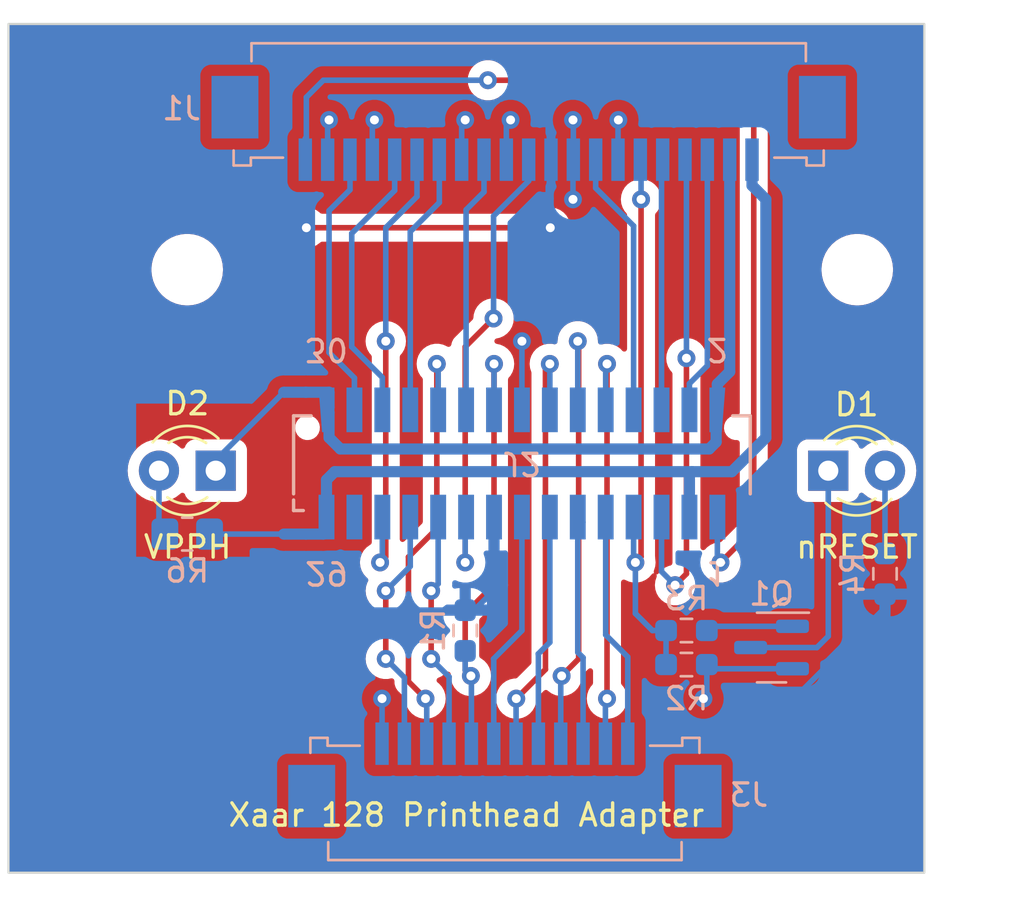
<source format=kicad_pcb>
(kicad_pcb (version 20221018) (generator pcbnew)
  (layers (0 "F.Cu" signal) (31 "B.Cu" signal) (34 "B.Paste" user) (35 "F.Paste" user) (36 "B.SilkS" user "B.Silkscreen") (37 "F.SilkS" user "F.Silkscreen") (38 "B.Mask" user) (39 "F.Mask" user) (44 "Edge.Cuts" user))
  (net 0 "")
  (net 1 "Net-(D1-K)")
  (net 2 "Net-(D1-A)")
  (net 3 "Net-(D2-K)")
  (net 4 "Net-(D2-A)")
  (net 5 "VPPH")
  (net 6 "GNDH")
  (net 7 "VPPL")
  (net 8 "GNDL")
  (net 9 "nFAULT")
  (net 10 "nRESET")
  (net 11 "GND")
  (net 12 "MOSI")
  (net 13 "+5V")
  (net 14 "SCK")
  (net 15 "nSS1")
  (net 16 "READY")
  (net 17 "PHO")
  (net 18 "nFIRE")
  (net 19 "CLK")
  (net 20 "nSS2")
  (net 21 "TEST_0")
  (net 22 "TEST_1")
  (net 23 "TEST_2")
  (net 24 "TEST_3")
  (net 25 "TEST_4")
  (net 26 "TEST_5")
  (net 27 "TEST_6")
  (net 28 "TEST_10")
  (net 29 "TEST_7")
  (net 30 "TEST_8")
  (net 31 "TEST_9")
  (net 32 "/MISO")
  (net 33 "Net-(Q1-G)")
  (net 34 "Net-(NT1-Pad1)")
  (footprint "Custom_LED_THT:LED_D3.0mm" (layer "F.Cu") (at 155.702 98)
    (fp_text reference "D1" (at 1.27 -2.96) (layer "F.SilkS"))
    (fp_text value "LED yellow Vf=1.6V")
    (fp_arc (start -0.179325 -1.373045) (mid 1.387145 -1.993006) (end 2.8702 -1.1938) (stroke (width 0.12)) (layer "F.SilkS"))
    (fp_arc (start 0.381 -1.193799) (mid 1.27 -1.488448) (end 2.159 -1.193799) (stroke (width 0.12)) (layer "F.SilkS"))
    (fp_arc (start 2.1082 1.2446) (mid 1.269999 1.500536) (end 0.431798 1.244599) (stroke (width 0.12)) (layer "F.SilkS"))
    (fp_arc (start 2.8194 1.27) (mid 1.387087 1.999958) (end -0.12062 1.442122) (stroke (width 0.12)) (layer "F.SilkS"))
    (pad "1" thru_hole rect (at 0 0) (size 1.8 1.8) (drill 0.9) (layers "*.Cu" "*.Mask") (net 1 "Net-(D1-K)"))
    (pad "2" thru_hole circle (at 2.54 0) (size 1.8 1.8) (drill 0.9) (layers "*.Cu" "*.Mask") (net 2 "Net-(D1-A)"))
  )
  (footprint "Custom_LED_THT:LED_D3.0mm" (layer "F.Cu") (at 128.275 98 180)
    (fp_text reference "D2" (at 1.27 3.004 180) (layer "F.SilkS"))
    (fp_text value "LED green Vf=1.8V")
    (fp_arc (start -0.179325 -1.373045) (mid 1.387145 -1.993006) (end 2.8702 -1.1938) (stroke (width 0.12)) (layer "F.SilkS"))
    (fp_arc (start 0.381 -1.193799) (mid 1.27 -1.488448) (end 2.159 -1.193799) (stroke (width 0.12)) (layer "F.SilkS"))
    (fp_arc (start 2.1082 1.2446) (mid 1.269999 1.500536) (end 0.431798 1.244599) (stroke (width 0.12)) (layer "F.SilkS"))
    (fp_arc (start 2.8194 1.27) (mid 1.387087 1.999958) (end -0.12062 1.442122) (stroke (width 0.12)) (layer "F.SilkS"))
    (pad "1" thru_hole rect (at 0 0 180) (size 1.8 1.8) (drill 0.9) (layers "*.Cu" "*.Mask") (net 3 "Net-(D2-K)"))
    (pad "2" thru_hole circle (at 2.54 0 180) (size 1.8 1.8) (drill 0.9) (layers "*.Cu" "*.Mask") (net 4 "Net-(D2-A)"))
  )
  (footprint "MountingHole:MountingHole_2.7mm_M2.5_DIN965" (layer "F.Cu") (at 157 89)
    (fp_text reference "H1" hide)
    (fp_text value "MountingHole")
    (pad "" np_thru_hole circle (at 0 0) (size 2.7 2.7) (drill 2.7) (layers "*.Cu" "*.Mask"))
  )
  (footprint "MountingHole:MountingHole_2.7mm_M2.5_DIN965" (layer "F.Cu") (at 127 89)
    (fp_text reference "H2" hide)
    (fp_text value "MountingHole")
    (pad "" np_thru_hole circle (at 0 0) (size 2.7 2.7) (drill 2.7) (layers "*.Cu" "*.Mask"))
  )
  (footprint "NetTie:NetTie-2_SMD_Pad0.5mm" (layer "B.Cu") (at 131.818 94.488 180)
    (fp_text reference "NT2" hide)
    (fp_text value "NetTie_2" hide)
    (fp_poly (pts (xy -0.5 0.25) (xy 0.5 0.25) (xy 0.5 -0.25) (xy -0.5 -0.25)) (fill solid) (layer "B.Cu"))
    (pad "1" smd circle (at -0.5 0 180) (size 0.5 0.5) (layers "B.Cu") (net 6 "GNDH"))
    (pad "2" smd circle (at 0.5 0 180) (size 0.5 0.5) (layers "B.Cu") (net 3 "Net-(D2-K)"))
  )
  (footprint "Resistor_SMD:R_0603_1608Metric_Pad0.98x0.95mm_HandSolder" (layer "B.Cu") (at 158.242 102.616 -90)
    (fp_text reference "R4" (at 0 1.43 -270) (layer "B.SilkS") (effects (justify mirror)))
    (fp_text value "470")
    (fp_line (start -0.254724 -0.5225) (end 0.254724 -0.5225) (stroke (width 0.12)) (layer "B.SilkS"))
    (fp_line (start -0.254724 0.5225) (end 0.254724 0.5225) (stroke (width 0.12)) (layer "B.SilkS"))
    (pad "1" smd roundrect (at -0.9125 0 270) (size 0.975 0.95) (layers "B.Cu" "B.Paste" "B.Mask") (net 2 "Net-(D1-A)"))
    (pad "2" smd roundrect (at 0.9125 0 270) (size 0.975 0.95) (layers "B.Cu" "B.Paste" "B.Mask") (net 13 "+5V"))
  )
  (footprint "Package_TO_SOT_SMD:SOT-23" (layer "B.Cu") (at 153.162 105.918 180)
    (fp_text reference "Q1" (at 0 2.4) (layer "B.SilkS") (effects (justify mirror)))
    (fp_text value "DMN2075U")
    (fp_line (start 0 -1.56) (end -0.65 -1.56) (stroke (width 0.12)) (layer "B.SilkS"))
    (fp_line (start 0 -1.56) (end 0.65 -1.56) (stroke (width 0.12)) (layer "B.SilkS"))
    (fp_line (start 0 1.56) (end -1.675 1.56) (stroke (width 0.12)) (layer "B.SilkS"))
    (fp_line (start 0 1.56) (end 0.65 1.56) (stroke (width 0.12)) (layer "B.SilkS"))
    (pad "1" smd roundrect (at -0.9375 0.95 180) (size 1.475 0.6) (layers "B.Cu" "B.Paste" "B.Mask") (net 33 "Net-(Q1-G)"))
    (pad "2" smd roundrect (at -0.9375 -0.95 180) (size 1.475 0.6) (layers "B.Cu" "B.Paste" "B.Mask") (net 11 "GND"))
    (pad "3" smd roundrect (at 0.9375 0 180) (size 1.475 0.6) (layers "B.Cu" "B.Paste" "B.Mask") (net 1 "Net-(D1-K)"))
  )
  (footprint "CONN_9-176140-0:CONN_9-176140-0_TYC" (layer "B.Cu") (at 150.736 100.076)
    (fp_text reference "J2" (at -8.75 -2.4 180 unlocked) (layer "B.SilkS") (effects (justify mirror)))
    (fp_text value "Conn_02x15_Odd_Even")
    (fp_text user "30" (at -17.5 -7.5 180 unlocked) (layer "B.SilkS") (effects (justify mirror)))
    (fp_text user "29" (at -17.5 2.5 180 unlocked) (layer "B.SilkS") (effects (justify mirror)))
    (fp_text user "2" (at 0 -7.5 180 unlocked) (layer "B.SilkS") (effects (justify mirror)))
    (fp_text user "1" (at 0 2.5 180 unlocked) (layer "B.SilkS") (effects (justify mirror)))
    (fp_line (start -18.9735 -4.5336) (end -18.18834 -4.5336) (stroke (width 0.1524)) (layer "B.SilkS"))
    (fp_line (start -18.9735 -1.039964) (end -18.9735 -4.5336) (stroke (width 0.1524)) (layer "B.SilkS"))
    (fp_line (start -18.9735 -0.2918) (end -18.9735 -0.762836) (stroke (width 0.1524)) (layer "B.SilkS"))
    (fp_line (start -18.537868 -0.2918) (end -18.9735 -0.2918) (stroke (width 0.1524)) (layer "B.SilkS"))
    (fp_line (start 0.68834 -4.5336) (end 1.4735 -4.5336) (stroke (width 0.1524)) (layer "B.SilkS"))
    (fp_line (start 1.4735 -4.5336) (end 1.4735 -1.039964) (stroke (width 0.1524)) (layer "B.SilkS"))
    (pad "" np_thru_hole circle (at -18.35 -4) (size 0.6 0.6) (drill 0.6) (layers "F&B.Cu" "*.Mask"))
    (pad "" np_thru_hole circle (at 0.85 -4) (size 0.6 0.6) (drill 0.6) (layers "F&B.Cu" "*.Mask"))
    (pad "1" smd rect (at 0 0) (size 0.7112 2) (layers "B.Cu" "B.Paste" "B.Mask") (net 20 "nSS2"))
    (pad "2" smd custom (at 0 -4.8) (size 0.1 0.1) (layers "B.Cu" "B.Paste" "B.Mask") (net 6 "GNDH") (options (clearance outline) (anchor rect)) (primitives (gr_poly (pts (xy 0.2 1) (xy 0.3556 -1) (xy -0.3556 -1) (xy -0.3556 1)) (width 0) (fill yes))))
    (pad "3" smd rect (at -1.25 0) (size 0.7112 2) (layers "B.Cu" "B.Paste" "B.Mask") (net 5 "VPPH"))
    (pad "4" smd rect (at -1.25 -4.8) (size 0.7112 2) (layers "B.Cu" "B.Paste" "B.Mask") (net 7 "VPPL"))
    (pad "5" smd rect (at -2.5 0) (size 0.7112 2) (layers "B.Cu" "B.Paste" "B.Mask") (net 8 "GNDL"))
    (pad "6" smd rect (at -2.5 -4.8) (size 0.7112 2) (layers "B.Cu" "B.Paste" "B.Mask") (net 9 "nFAULT"))
    (pad "7" smd rect (at -3.75 0) (size 0.7112 2) (layers "B.Cu" "B.Paste" "B.Mask") (net 10 "nRESET"))
    (pad "8" smd rect (at -3.75 -4.8) (size 0.7112 2) (layers "B.Cu" "B.Paste" "B.Mask") (net 12 "MOSI"))
    (pad "9" smd rect (at -5 0) (size 0.7112 2) (layers "B.Cu" "B.Paste" "B.Mask") (net 21 "TEST_0"))
    (pad "10" smd rect (at -5 -4.8) (size 0.7112 2) (layers "B.Cu" "B.Paste" "B.Mask") (net 22 "TEST_1"))
    (pad "11" smd rect (at -6.25 0) (size 0.7112 2) (layers "B.Cu" "B.Paste" "B.Mask") (net 23 "TEST_2"))
    (pad "12" smd rect (at -6.25 -4.8) (size 0.7112 2) (layers "B.Cu" "B.Paste" "B.Mask") (net 24 "TEST_3"))
    (pad "13" smd rect (at -7.5 0) (size 0.7112 2) (layers "B.Cu" "B.Paste" "B.Mask") (net 25 "TEST_4"))
    (pad "14" smd rect (at -7.5 -4.8) (size 0.7112 2) (layers "B.Cu" "B.Paste" "B.Mask") (net 26 "TEST_5"))
    (pad "15" smd rect (at -8.75 0) (size 0.7112 2) (layers "B.Cu" "B.Paste" "B.Mask") (net 27 "TEST_6"))
    (pad "16" smd rect (at -8.75 -4.8) (size 0.7112 2) (layers "B.Cu" "B.Paste" "B.Mask") (net 11 "GND"))
    (pad "17" smd rect (at -10 0) (size 0.7112 2) (layers "B.Cu" "B.Paste" "B.Mask") (net 13 "+5V"))
    (pad "18" smd rect (at -10 -4.8) (size 0.7112 2) (layers "B.Cu" "B.Paste" "B.Mask") (net 28 "TEST_10"))
    (pad "19" smd rect (at -11.25 0) (size 0.7112 2) (layers "B.Cu" "B.Paste" "B.Mask") (net 14 "SCK"))
    (pad "20" smd rect (at -11.25 -4.8) (size 0.7112 2) (layers "B.Cu" "B.Paste" "B.Mask") (net 15 "nSS1"))
    (pad "21" smd rect (at -12.5 0) (size 0.7112 2) (layers "B.Cu" "B.Paste" "B.Mask") (net 29 "TEST_7"))
    (pad "22" smd rect (at -12.5 -4.8) (size 0.7112 2) (layers "B.Cu" "B.Paste" "B.Mask") (net 30 "TEST_8"))
    (pad "23" smd rect (at -13.75 0) (size 0.7112 2) (layers "B.Cu" "B.Paste" "B.Mask") (net 31 "TEST_9"))
    (pad "24" smd rect (at -13.75 -4.8) (size 0.7112 2) (layers "B.Cu" "B.Paste" "B.Mask") (net 16 "READY"))
    (pad "25" smd rect (at -15 0) (size 0.7112 2) (layers "B.Cu" "B.Paste" "B.Mask") (net 17 "PHO"))
    (pad "26" smd rect (at -15 -4.8) (size 0.7112 2) (layers "B.Cu" "B.Paste" "B.Mask") (net 18 "nFIRE"))
    (pad "27" smd rect (at -16.25 0) (size 0.7112 2) (layers "B.Cu" "B.Paste" "B.Mask") (net 32 "/MISO"))
    (pad "28" smd rect (at -16.25 -4.8) (size 0.7112 2) (layers "B.Cu" "B.Paste" "B.Mask") (net 19 "CLK"))
    (pad "29" smd rect (at -17.5 0) (size 0.7112 2) (layers "B.Cu" "B.Paste" "B.Mask") (net 5 "VPPH"))
    (pad "30" smd custom (at -17.5 -4.8) (size 0.1 0.1) (layers "B.Cu" "B.Paste" "B.Mask") (net 6 "GNDH") (options (clearance outline) (anchor rect)) (primitives (gr_poly (pts (xy -0.2 1) (xy -0.3556 -1) (xy 0.3556 -1) (xy 0.3556 1)) (width 0) (fill yes))))
  )
  (footprint "NetTie:NetTie-2_SMD_Pad0.5mm" (layer "B.Cu") (at 131.826 100.838)
    (fp_text reference "NT1" hide)
    (fp_text value "NetTie_2" hide)
    (fp_poly (pts (xy -0.5 0.25) (xy 0.5 0.25) (xy 0.5 -0.25) (xy -0.5 -0.25)) (fill solid) (layer "B.Cu"))
    (pad "1" smd circle (at -0.5 0) (size 0.5 0.5) (layers "B.Cu") (net 34 "Net-(NT1-Pad1)"))
    (pad "2" smd circle (at 0.5 0) (size 0.5 0.5) (layers "B.Cu") (net 5 "VPPH"))
  )
  (footprint "Resistor_SMD:R_0805_2012Metric_Pad1.20x1.40mm_HandSolder" (layer "B.Cu") (at 127 100.838)
    (fp_text reference "R6" (at 0 1.65 180) (layer "B.SilkS") (effects (justify mirror)))
    (fp_text value "5.1k >300mW")
    (fp_line (start -0.227064 -0.735) (end 0.227064 -0.735) (stroke (width 0.12)) (layer "B.SilkS"))
    (fp_line (start -0.227064 0.735) (end 0.227064 0.735) (stroke (width 0.12)) (layer "B.SilkS"))
    (pad "1" smd roundrect (at -1 0) (size 1.2 1.4) (layers "B.Cu" "B.Paste" "B.Mask") (roundrect_rratio 0.2083333333) (net 4 "Net-(D2-A)"))
    (pad "2" smd roundrect (at 1 0) (size 1.2 1.4) (layers "B.Cu" "B.Paste" "B.Mask") (roundrect_rratio 0.2083333333) (net 34 "Net-(NT1-Pad1)"))
  )
  (footprint "Molex_200528:Molex_52207-1260_1x12-1MP_P1.00mm_Horizontal" (layer "B.Cu") (at 142.724 111.132 180)
    (fp_text reference "J3" (at -9.422 -1.39) (layer "B.SilkS") (effects (justify mirror)))
    (fp_text value "Conn_01x12")
    (fp_line (start -7.21 1.17) (end -7.21 0.5) (stroke (width 0.12)) (layer "B.SilkS"))
    (fp_line (start -6.44 0.82) (end -6.44 1.17) (stroke (width 0.12)) (layer "B.SilkS"))
    (fp_line (start -6.44 1.17) (end -7.21 1.17) (stroke (width 0.12)) (layer "B.SilkS"))
    (fp_line (start -6.41 -4.3) (end 9.41 -4.3) (stroke (width 0.12)) (layer "B.SilkS"))
    (fp_line (start -6.41 -3.5) (end -6.41 -4.3) (stroke (width 0.12)) (layer "B.SilkS"))
    (fp_line (start -5 0.82) (end -6.44 0.82) (stroke (width 0.12)) (layer "B.SilkS"))
    (fp_line (start 9.41 -4.3) (end 9.41 -3.5) (stroke (width 0.12)) (layer "B.SilkS"))
    (fp_line (start 9.44 0.82) (end 8 0.82) (stroke (width 0.12)) (layer "B.SilkS"))
    (fp_line (start 9.44 1.17) (end 9.44 0.82) (stroke (width 0.12)) (layer "B.SilkS"))
    (fp_line (start 10.21 0.5) (end 10.21 1.17) (stroke (width 0.12)) (layer "B.SilkS"))
    (fp_line (start 10.21 1.17) (end 9.44 1.17) (stroke (width 0.12)) (layer "B.SilkS"))
    (pad "1" smd rect (at -4 0.91 180) (size 0.6 1.9) (layers "B.Cu" "B.Paste" "B.Mask") (net 21 "TEST_0"))
    (pad "2" smd rect (at -3 0.91 180) (size 0.6 1.9) (layers "B.Cu" "B.Paste" "B.Mask") (net 22 "TEST_1"))
    (pad "3" smd rect (at -2 0.91 180) (size 0.6 1.9) (layers "B.Cu" "B.Paste" "B.Mask") (net 23 "TEST_2"))
    (pad "4" smd rect (at -1 0.91 180) (size 0.6 1.9) (layers "B.Cu" "B.Paste" "B.Mask") (net 24 "TEST_3"))
    (pad "5" smd rect (at 0 0.91 180) (size 0.6 1.9) (layers "B.Cu" "B.Paste" "B.Mask") (net 25 "TEST_4"))
    (pad "6" smd rect (at 1 0.91 180) (size 0.6 1.9) (layers "B.Cu" "B.Paste" "B.Mask") (net 26 "TEST_5"))
    (pad "7" smd rect (at 2 0.91 180) (size 0.6 1.9) (layers "B.Cu" "B.Paste" "B.Mask") (net 27 "TEST_6"))
    (pad "8" smd rect (at 3 0.91 180) (size 0.6 1.9) (layers "B.Cu" "B.Paste" "B.Mask") (net 28 "TEST_10"))
    (pad "9" smd rect (at 4 0.91 180) (size 0.6 1.9) (layers "B.Cu" "B.Paste" "B.Mask") (net 29 "TEST_7"))
    (pad "10" smd rect (at 5 0.91 180) (size 0.6 1.9) (layers "B.Cu" "B.Paste" "B.Mask") (net 30 "TEST_8"))
    (pad "11" smd rect (at 6 0.91 180) (size 0.6 1.9) (layers "B.Cu" "B.Paste" "B.Mask") (net 31 "TEST_9"))
    (pad "12" smd rect (at 7 0.91 180) (size 0.6 1.9) (layers "B.Cu" "B.Paste" "B.Mask") (net 11 "GND"))
    (pad "MP" smd rect (at -7.15 -1.44 180) (size 2.1 2.8) (layers "B.Cu" "B.Paste" "B.Mask"))
    (pad "MP" smd rect (at 10.15 -1.44 180) (size 2.1 2.8) (layers "B.Cu" "B.Paste" "B.Mask"))
  )
  (footprint "Molex_200528:Molex_200528-0210_1x21-1MP_P1.00mm_Horizontal" (layer "B.Cu") (at 142.288 83.164)
    (fp_text reference "J1" (at -15.542 -1.376 180) (layer "B.SilkS") (effects (justify mirror)))
    (fp_text value "Conn_01x21")
    (fp_line (start -13.21 1.17) (end -13.21 0.5) (stroke (width 0.12)) (layer "B.SilkS"))
    (fp_line (start -12.44 0.82) (end -12.44 1.17) (stroke (width 0.12)) (layer "B.SilkS"))
    (fp_line (start -12.44 1.17) (end -13.21 1.17) (stroke (width 0.12)) (layer "B.SilkS"))
    (fp_line (start -12.41 -4.3) (end 12.41 -4.3) (stroke (width 0.12)) (layer "B.SilkS"))
    (fp_line (start -12.41 -3.5) (end -12.41 -4.3) (stroke (width 0.12)) (layer "B.SilkS"))
    (fp_line (start -11 0.82) (end -12.44 0.82) (stroke (width 0.12)) (layer "B.SilkS"))
    (fp_line (start 12.41 -4.3) (end 12.41 -3.5) (stroke (width 0.12)) (layer "B.SilkS"))
    (fp_line (start 12.44 0.82) (end 11 0.82) (stroke (width 0.12)) (layer "B.SilkS"))
    (fp_line (start 12.44 1.17) (end 12.44 0.82) (stroke (width 0.12)) (layer "B.SilkS"))
    (fp_line (start 13.21 0.5) (end 13.21 1.17) (stroke (width 0.12)) (layer "B.SilkS"))
    (fp_line (start 13.21 1.17) (end 12.44 1.17) (stroke (width 0.12)) (layer "B.SilkS"))
    (pad "1" smd rect (at -10 0.91) (size 0.6 1.9) (layers "B.Cu" "B.Paste" "B.Mask") (net 20 "nSS2"))
    (pad "2" smd rect (at -9 0.91) (size 0.6 1.9) (layers "B.Cu" "B.Paste" "B.Mask") (net 11 "GND"))
    (pad "3" smd rect (at -8 0.91) (size 0.6 1.9) (layers "B.Cu" "B.Paste" "B.Mask") (net 19 "CLK"))
    (pad "4" smd rect (at -7 0.91) (size 0.6 1.9) (layers "B.Cu" "B.Paste" "B.Mask") (net 11 "GND"))
    (pad "5" smd rect (at -6 0.91) (size 0.6 1.9) (layers "B.Cu" "B.Paste" "B.Mask") (net 18 "nFIRE"))
    (pad "6" smd rect (at -5 0.91) (size 0.6 1.9) (layers "B.Cu" "B.Paste" "B.Mask") (net 17 "PHO"))
    (pad "7" smd rect (at -4 0.91) (size 0.6 1.9) (layers "B.Cu" "B.Paste" "B.Mask") (net 16 "READY"))
    (pad "8" smd rect (at -3 0.91) (size 0.6 1.9) (layers "B.Cu" "B.Paste" "B.Mask") (net 11 "GND"))
    (pad "9" smd rect (at -2 0.91) (size 0.6 1.9) (layers "B.Cu" "B.Paste" "B.Mask") (net 15 "nSS1"))
    (pad "10" smd rect (at -1 0.91) (size 0.6 1.9) (layers "B.Cu" "B.Paste" "B.Mask") (net 11 "GND"))
    (pad "11" smd rect (at 0 0.91) (size 0.6 1.9) (layers "B.Cu" "B.Paste" "B.Mask") (net 14 "SCK"))
    (pad "12" smd rect (at 1 0.91) (size 0.6 1.9) (layers "B.Cu" "B.Paste" "B.Mask") (net 13 "+5V"))
    (pad "13" smd rect (at 2 0.91) (size 0.6 1.9) (layers "B.Cu" "B.Paste" "B.Mask") (net 11 "GND"))
    (pad "14" smd rect (at 3 0.91) (size 0.6 1.9) (layers "B.Cu" "B.Paste" "B.Mask") (net 12 "MOSI"))
    (pad "15" smd rect (at 4 0.91) (size 0.6 1.9) (layers "B.Cu" "B.Paste" "B.Mask") (net 11 "GND"))
    (pad "16" smd rect (at 5 0.91) (size 0.6 1.9) (layers "B.Cu" "B.Paste" "B.Mask") (net 10 "nRESET"))
    (pad "17" smd rect (at 6 0.91) (size 0.6 1.9) (layers "B.Cu" "B.Paste" "B.Mask") (net 9 "nFAULT"))
    (pad "18" smd rect (at 7 0.91) (size 0.6 1.9) (layers "B.Cu" "B.Paste" "B.Mask") (net 8 "GNDL"))
    (pad "19" smd rect (at 8 0.91) (size 0.6 1.9) (layers "B.Cu" "B.Paste" "B.Mask") (net 7 "VPPL"))
    (pad "20" smd rect (at 9 0.91) (size 0.6 1.9) (layers "B.Cu" "B.Paste" "B.Mask") (net 6 "GNDH"))
    (pad "21" smd rect (at 10 0.91) (size 0.6 1.9) (layers "B.Cu" "B.Paste" "B.Mask") (net 5 "VPPH"))
    (pad "MP" smd rect (at -13.15 -1.44) (size 2.1 2.8) (layers "B.Cu" "B.Paste" "B.Mask"))
    (pad "MP" smd rect (at 13.15 -1.44) (size 2.1 2.8) (layers "B.Cu" "B.Paste" "B.Mask"))
  )
  (footprint "Resistor_SMD:R_0603_1608Metric_Pad0.98x0.95mm_HandSolder" (layer "B.Cu") (at 149.352 106.68 180)
    (fp_text reference "R2" (at 0 -1.524) (layer "B.SilkS") (effects (justify mirror)))
    (fp_text value "10K")
    (fp_line (start -0.254724 -0.5225) (end 0.254724 -0.5225) (stroke (width 0.12)) (layer "B.SilkS"))
    (fp_line (start -0.254724 0.5225) (end 0.254724 0.5225) (stroke (width 0.12)) (layer "B.SilkS"))
    (pad "1" smd roundrect (at -0.9125 0 180) (size 0.975 0.95) (layers "B.Cu" "B.Paste" "B.Mask") (net 11 "GND"))
    (pad "2" smd roundrect (at 0.9125 0 180) (size 0.975 0.95) (layers "B.Cu" "B.Paste" "B.Mask") (net 10 "nRESET"))
  )
  (footprint "Resistor_SMD:R_0603_1608Metric_Pad0.98x0.95mm_HandSolder" (layer "B.Cu") (at 149.352 105.156 180)
    (fp_text reference "R3" (at 0 1.43) (layer "B.SilkS") (effects (justify mirror)))
    (fp_text value "1k")
    (fp_line (start -0.254724 -0.5225) (end 0.254724 -0.5225) (stroke (width 0.12)) (layer "B.SilkS"))
    (fp_line (start -0.254724 0.5225) (end 0.254724 0.5225) (stroke (width 0.12)) (layer "B.SilkS"))
    (pad "1" smd roundrect (at -0.9125 0 180) (size 0.975 0.95) (layers "B.Cu" "B.Paste" "B.Mask") (net 33 "Net-(Q1-G)"))
    (pad "2" smd roundrect (at 0.9125 0 180) (size 0.975 0.95) (layers "B.Cu" "B.Paste" "B.Mask") (net 10 "nRESET"))
  )
  (footprint "Resistor_SMD:R_0603_1608Metric_Pad0.98x0.95mm_HandSolder" (layer "B.Cu") (at 139.446 105.156 -90)
    (fp_text reference "R1" (at 0 1.43 90) (layer "B.SilkS") (effects (justify mirror)))
    (fp_text value "0")
    (fp_line (start -0.254724 -0.5225) (end 0.254724 -0.5225) (stroke (width 0.12)) (layer "B.SilkS"))
    (fp_line (start -0.254724 0.5225) (end 0.254724 0.5225) (stroke (width 0.12)) (layer "B.SilkS"))
    (pad "1" smd roundrect (at -0.9125 0 270) (size 0.975 0.95) (layers "B.Cu" "B.Paste" "B.Mask") (net 13 "+5V"))
    (pad "2" smd roundrect (at 0.9125 0 270) (size 0.975 0.95) (layers "B.Cu" "B.Paste" "B.Mask") (net 28 "TEST_10"))
  )
  (gr_rect (start 119 78) (end 160 116) (stroke (width 0.1)) (fill none) (layer "Edge.Cuts"))
  (gr_text "Xaar 128 Printhead Adapter" (at 139.5 114) (layer "F.SilkS") (effects (font (size 1 1)) (justify bottom)))
  (gr_text "nRESET" (at 154.178 102) (layer "F.SilkS") (effects (font (size 1 1)) (justify left bottom)))
  (gr_text "VPPH" (at 124.968 102) (layer "F.SilkS") (effects (font (size 1 1)) (justify left bottom)))
  (segment (start 155.194 105.918) (end 155.702 105.41) (width 0.25) (layer "B.Cu") (net 1))
  (segment (start 152.2245 105.918) (end 155.194 105.918) (width 0.25) (layer "B.Cu") (net 1))
  (segment (start 155.702 105.41) (end 155.702 98) (width 0.25) (layer "B.Cu") (net 1))
  (segment (start 158.242 98) (end 158.242 101.7035) (width 0.25) (layer "B.Cu") (net 2))
  (segment (start 131.318 94.488) (end 128.275 97.531) (width 0.25) (layer "B.Cu") (net 3))
  (segment (start 128.275 97.531) (end 128.275 98) (width 0.25) (layer "B.Cu") (net 3))
  (segment (start 125.735 98) (end 125.735 100.573) (width 0.25) (layer "B.Cu") (net 4))
  (segment (start 125.735 100.573) (end 126 100.838) (width 0.25) (layer "B.Cu") (net 4))
  (segment (start 125.45 98.285) (end 125.735 98) (width 0.25) (layer "B.Cu") (net 4))
  (segment (start 125.704 97.567) (end 125.989 97.282) (width 0.25) (layer "B.Cu") (net 4))
  (segment (start 133.236 100.698) (end 133.096 100.838) (width 0.5) (layer "B.Cu") (net 5))
  (segment (start 133.236 100.076) (end 133.236 100.698) (width 0.5) (layer "B.Cu") (net 5))
  (segment (start 149.486 98.164) (end 149.606 98.044) (width 0.5) (layer "B.Cu") (net 5))
  (segment (start 152.288 84.074) (end 152.288 85.232) (width 0.5) (layer "B.Cu") (net 5))
  (segment (start 152.908 85.852) (end 152.908 96.52) (width 0.5) (layer "B.Cu") (net 5))
  (segment (start 133.096 100.838) (end 132.326 100.838) (width 0.5) (layer "B.Cu") (net 5))
  (segment (start 149.486 100.076) (end 149.486 98.164) (width 0.5) (layer "B.Cu") (net 5))
  (segment (start 133.604 98.044) (end 149.606 98.044) (width 0.5) (layer "B.Cu") (net 5))
  (segment (start 133.236 100.076) (end 133.236 98.412) (width 0.5) (layer "B.Cu") (net 5))
  (segment (start 151.384 98.044) (end 149.606 98.044) (width 0.5) (layer "B.Cu") (net 5))
  (segment (start 152.288 85.232) (end 152.908 85.852) (width 0.5) (layer "B.Cu") (net 5))
  (segment (start 133.236 98.412) (end 133.604 98.044) (width 0.5) (layer "B.Cu") (net 5))
  (segment (start 152.908 96.52) (end 151.384 98.044) (width 0.5) (layer "B.Cu") (net 5))
  (segment (start 133.35 95.162) (end 133.35 94.488) (width 0.5) (layer "B.Cu") (net 6))
  (segment (start 133.35 95.39) (end 133.236 95.276) (width 0.5) (layer "B.Cu") (net 6))
  (segment (start 151.288 93.568) (end 151.288 84.074) (width 0.5) (layer "B.Cu") (net 6))
  (segment (start 150.682 95.33) (end 150.682 96.714) (width 0.5) (layer "B.Cu") (net 6))
  (segment (start 150.736 94.12) (end 151.288 93.568) (width 0.5) (layer "B.Cu") (net 6))
  (segment (start 133.35 94.488) (end 132.318 94.488) (width 0.5) (layer "B.Cu") (net 6))
  (segment (start 133.858 97.028) (end 150.368 97.028) (width 0.5) (layer "B.Cu") (net 6))
  (segment (start 150.736 95.276) (end 150.682 95.33) (width 0.5) (layer "B.Cu") (net 6))
  (segment (start 133.35 96.52) (end 133.858 97.028) (width 0.5) (layer "B.Cu") (net 6))
  (segment (start 133.236 95.276) (end 133.35 95.162) (width 0.5) (layer "B.Cu") (net 6))
  (segment (start 150.682 96.714) (end 150.368 97.028) (width 0.5) (layer "B.Cu") (net 6))
  (segment (start 133.35 95.39) (end 133.35 96.52) (width 0.5) (layer "B.Cu") (net 6))
  (segment (start 150.736 95.276) (end 150.736 94.12) (width 0.5) (layer "B.Cu") (net 6))
  (segment (start 150.288 93.298) (end 150.288 84.074) (width 0.25) (layer "B.Cu") (net 7))
  (segment (start 149.486 95.276) (end 149.486 94.1) (width 0.25) (layer "B.Cu") (net 7))
  (segment (start 149.486 94.1) (end 150.288 93.298) (width 0.25) (layer "B.Cu") (net 7))
  (segment (start 149.352 102.616) (end 149.352 92.964) (width 0.25) (layer "F.Cu") (net 8))
  (segment (start 148.844 103.124) (end 149.352 102.616) (width 0.25) (layer "F.Cu") (net 8))
  (via (at 149.352 92.964) (size 0.8) (drill 0.4) (layers "F.Cu" "B.Cu") (net 8))
  (via (at 148.844 103.124) (size 0.8) (drill 0.4) (layers "F.Cu" "B.Cu") (net 8))
  (segment (start 149.352 84.138) (end 149.288 84.074) (width 0.25) (layer "B.Cu") (net 8))
  (segment (start 149.352 92.964) (end 149.352 84.138) (width 0.25) (layer "B.Cu") (net 8))
  (segment (start 148.236 102.516) (end 148.236 100.076) (width 0.25) (layer "B.Cu") (net 8))
  (segment (start 148.844 103.124) (end 148.236 102.516) (width 0.25) (layer "B.Cu") (net 8))
  (segment (start 148.236 84.126) (end 148.288 84.074) (width 0.25) (layer "B.Cu") (net 9))
  (segment (start 148.236 95.276) (end 148.236 84.126) (width 0.25) (layer "B.Cu") (net 9))
  (segment (start 147.32 101.854) (end 147.32 85.852) (width 0.25) (layer "F.Cu") (net 10))
  (segment (start 147.066 102.108) (end 147.32 101.854) (width 0.25) (layer "F.Cu") (net 10))
  (via (at 147.066 102.108) (size 0.8) (drill 0.4) (layers "F.Cu" "B.Cu") (net 10))
  (via (at 147.32 85.852) (size 0.8) (drill 0.4) (layers "F.Cu" "B.Cu") (net 10))
  (segment (start 146.986 102.028) (end 146.986 100.076) (width 0.25) (layer "B.Cu") (net 10))
  (segment (start 147.066 102.108) (end 146.986 102.028) (width 0.25) (layer "B.Cu") (net 10))
  (segment (start 147.828 105.156) (end 147.066 104.394) (width 0.25) (layer "B.Cu") (net 10))
  (segment (start 147.066 102.108) (end 147.1695 102.2115) (width 0.25) (layer "B.Cu") (net 10))
  (segment (start 147.32 85.852) (end 147.32 84.106) (width 0.25) (layer "B.Cu") (net 10))
  (segment (start 147.32 84.106) (end 147.288 84.074) (width 0.25) (layer "B.Cu") (net 10))
  (segment (start 148.4395 106.68) (end 148.4395 105.156) (width 0.25) (layer "B.Cu") (net 10))
  (segment (start 148.4395 105.156) (end 147.828 105.156) (width 0.25) (layer "B.Cu") (net 10))
  (segment (start 147.066 104.394) (end 147.066 102.108) (width 0.25) (layer "B.Cu") (net 10))
  (segment (start 150.114 108.204) (end 148.082 110.236) (width 0.25) (layer "F.Cu") (net 11))
  (segment (start 131.318 85.852) (end 144.272 85.852) (width 0.25) (layer "F.Cu") (net 11))
  (segment (start 135.724 108.204) (end 134.366 108.204) (width 0.25) (layer "F.Cu") (net 11))
  (segment (start 134.366 108.204) (end 130.302 104.14) (width 0.25) (layer "F.Cu") (net 11))
  (segment (start 130.302 104.14) (end 130.302 86.868) (width 0.25) (layer "F.Cu") (net 11))
  (segment (start 130.302 86.868) (end 131.318 85.852) (width 0.25) (layer "F.Cu") (net 11))
  (segment (start 148.082 110.236) (end 137.756 110.236) (width 0.25) (layer "F.Cu") (net 11))
  (segment (start 141.986 91.694) (end 144.272 89.408) (width 0.25) (layer "F.Cu") (net 11))
  (segment (start 146.304 82.296) (end 133.35 82.296) (width 0.25) (layer "F.Cu") (net 11))
  (segment (start 137.756 110.236) (end 135.724 108.204) (width 0.25) (layer "F.Cu") (net 11))
  (segment (start 141.986 92.202) (end 141.986 91.694) (width 0.25) (layer "F.Cu") (net 11))
  (segment (start 144.272 89.408) (end 144.272 85.852) (width 0.25) (layer "F.Cu") (net 11))
  (via (at 146.304 82.296) (size 0.8) (drill 0.4) (layers "F.Cu" "B.Cu") (net 11))
  (via (at 144.272 82.296) (size 0.8) (drill 0.4) (layers "F.Cu" "B.Cu") (net 11))
  (via (at 133.35 82.296) (size 0.8) (drill 0.4) (layers "F.Cu" "B.Cu") (net 11))
  (via (at 141.478 82.296) (size 0.8) (drill 0.4) (layers "F.Cu" "B.Cu") (net 11))
  (via (at 144.272 85.852) (size 0.8) (drill 0.4) (layers "F.Cu" "B.Cu") (net 11))
  (via (at 141.986 92.202) (size 0.8) (drill 0.4) (layers "F.Cu" "B.Cu") (net 11))
  (via (at 150.114 108.204) (size 0.8) (drill 0.4) (layers "F.Cu" "B.Cu") (net 11))
  (via (at 135.382 82.296) (size 0.8) (drill 0.4) (layers "F.Cu" "B.Cu") (net 11))
  (via (at 135.724 108.204) (size 0.8) (drill 0.4) (layers "F.Cu" "B.Cu") (net 11))
  (via (at 139.446 82.296) (size 0.8) (drill 0.4) (layers "F.Cu" "B.Cu") (net 11))
  (segment (start 135.724 108.204) (end 135.724 110.222) (width 0.25) (layer "B.Cu") (net 11))
  (segment (start 141.288 82.486) (end 141.478 82.296) (width 0.25) (layer "B.Cu") (net 11))
  (segment (start 141.986 95.276) (end 141.986 92.202) (width 0.25) (layer "B.Cu") (net 11))
  (segment (start 154.0995 106.868) (end 150.4525 106.868) (width 0.25) (layer "B.Cu") (net 11))
  (segment (start 144.288 84.074) (end 144.288 82.312) (width 0.25) (layer "B.Cu") (net 11))
  (segment (start 146.288 82.312) (end 146.304 82.296) (width 0.25) (layer "B.Cu") (net 11))
  (segment (start 150.2645 106.68) (end 150.2645 108.0535) (width 0.25) (layer "B.Cu") (net 11))
  (segment (start 141.288 84.074) (end 141.288 82.486) (width 0.25) (layer "B.Cu") (net 11))
  (segment (start 146.288 84.074) (end 146.288 82.312) (width 0.25) (layer "B.Cu") (net 11))
  (segment (start 144.272 85.852) (end 144.272 84.09) (width 0.25) (layer "B.Cu") (net 11))
  (segment (start 139.288 82.454) (end 139.446 82.296) (width 0.25) (layer "B.Cu") (net 11))
  (segment (start 133.288 82.358) (end 133.35 82.296) (width 0.25) (layer "B.Cu") (net 11))
  (segment (start 135.288 84.074) (end 135.288 82.39) (width 0.25) (layer "B.Cu") (net 11))
  (segment (start 135.288 82.39) (end 135.382 82.296) (width 0.25) (layer "B.Cu") (net 11))
  (segment (start 144.288 82.312) (end 144.272 82.296) (width 0.25) (layer "B.Cu") (net 11))
  (segment (start 150.4525 106.868) (end 150.2645 106.68) (width 0.25) (layer "B.Cu") (net 11))
  (segment (start 133.288 84.074) (end 133.288 82.358) (width 0.25) (layer "B.Cu") (net 11))
  (segment (start 139.288 84.074) (end 139.288 82.454) (width 0.25) (layer "B.Cu") (net 11))
  (segment (start 150.2645 108.0535) (end 150.114 108.204) (width 0.25) (layer "B.Cu") (net 11))
  (segment (start 144.272 84.09) (end 144.288 84.074) (width 0.25) (layer "B.Cu") (net 11))
  (segment (start 145.288 85.344) (end 146.986 87.042) (width 0.25) (layer "B.Cu") (net 12))
  (segment (start 145.288 84.074) (end 145.288 85.344) (width 0.25) (layer "B.Cu") (net 12))
  (segment (start 146.986 87.042) (end 146.986 95.276) (width 0.25) (layer "B.Cu") (net 12))
  (segment (start 143.256 87.122) (end 132.334 87.122) (width 0.25) (layer "F.Cu") (net 13))
  (via (at 132.334 87.122) (size 0.8) (drill 0.4) (layers "F.Cu" "B.Cu") (net 13))
  (via (at 143.256 87.122) (size 0.8) (drill 0.4) (layers "F.Cu" "B.Cu") (net 13))
  (segment (start 123.698 95.758) (end 124.714 94.742) (width 0.25) (layer "B.Cu") (net 13))
  (segment (start 134.112 110.236) (end 134.112 104.2435) (width 0.25) (layer "B.Cu") (net 13))
  (segment (start 123.698 103.124) (end 123.698 95.758) (width 0.25) (layer "B.Cu") (net 13))
  (segment (start 134.62 111.76) (end 134.62 110.744) (width 0.25) (layer "B.Cu") (net 13))
  (segment (start 148.844 109.982) (end 148.082 110.744) (width 0.25) (layer "B.Cu") (net 13))
  (segment (start 124.8175 104.2435) (end 123.698 103.124) (width 0.25) (layer "B.Cu") (net 13))
  (segment (start 140.716 100.096) (end 140.736 100.076) (width 0.25) (layer "B.Cu") (net 13))
  (segment (start 152.394752 109.982) (end 148.844 109.982) (width 0.25) (layer "B.Cu") (net 13))
  (segment (start 134.62 110.744) (end 134.112 110.236) (width 0.25) (layer "B.Cu") (net 13))
  (segment (start 143.256 85.852) (end 143.288 85.82) (width 0.25) (layer "B.Cu") (net 13))
  (segment (start 139.8505 104.2435) (end 140.716 103.378) (width 0.25) (layer "B.Cu") (net 13))
  (segment (start 148.082 111.506) (end 147.32 112.268) (width 0.25) (layer "B.Cu") (net 13))
  (segment (start 143.288 87.09) (end 143.256 87.122) (width 0.25) (layer "B.Cu") (net 13))
  (segment (start 158.242 104.134752) (end 152.394752 109.982) (width 0.25) (layer "B.Cu") (net 13))
  (segment (start 128.016 94.742) (end 132.334 90.424) (width 0.25) (layer "B.Cu") (net 13))
  (segment (start 135.128 112.268) (end 134.62 111.76) (width 0.25) (layer "B.Cu") (net 13))
  (segment (start 158.242 103.5285) (end 158.242 104.134752) (width 0.25) (layer "B.Cu") (net 13))
  (segment (start 124.714 94.742) (end 128.016 94.742) (width 0.25) (layer "B.Cu") (net 13))
  (segment (start 147.32 112.268) (end 135.128 112.268) (width 0.25) (layer "B.Cu") (net 13))
  (segment (start 132.334 90.424) (end 132.334 87.122) (width 0.25) (layer "B.Cu") (net 13))
  (segment (start 140.716 103.378) (end 140.716 100.096) (width 0.25) (layer "B.Cu") (net 13))
  (segment (start 143.288 84.074) (end 143.288 87.09) (width 0.25) (layer "B.Cu") (net 13))
  (segment (start 139.446 104.2435) (end 134.112 104.2435) (width 0.25) (layer "B.Cu") (net 13))
  (segment (start 134.112 104.2435) (end 124.8175 104.2435) (width 0.25) (layer "B.Cu") (net 13))
  (segment (start 148.082 110.744) (end 148.082 111.506) (width 0.25) (layer "B.Cu") (net 13))
  (segment (start 140.716 91.186) (end 139.446 92.456) (width 0.25) (layer "F.Cu") (net 14))
  (segment (start 139.446 92.456) (end 139.446 102.108) (width 0.25) (layer "F.Cu") (net 14))
  (via (at 140.716 91.186) (size 0.8) (drill 0.4) (layers "F.Cu" "B.Cu") (net 14))
  (via (at 139.446 102.108) (size 0.8) (drill 0.4) (layers "F.Cu" "B.Cu") (net 14))
  (segment (start 140.716 91.186) (end 140.716 86.596) (width 0.25) (layer "B.Cu") (net 14))
  (segment (start 139.446 102.108) (end 139.446 100.116) (width 0.25) (layer "B.Cu") (net 14))
  (segment (start 139.446 100.116) (end 139.486 100.076) (width 0.25) (layer "B.Cu") (net 14))
  (segment (start 140.716 86.596) (end 142.288 85.024) (width 0.25) (layer "B.Cu") (net 14))
  (segment (start 142.288 85.024) (end 142.288 84.074) (width 0.25) (layer "B.Cu") (net 14))
  (segment (start 139.486 86.32) (end 139.486 95.276) (width 0.25) (layer "B.Cu") (net 15))
  (segment (start 140.288 85.518) (end 139.486 86.32) (width 0.25) (layer "B.Cu") (net 15))
  (segment (start 140.288 84.074) (end 140.288 85.518) (width 0.25) (layer "B.Cu") (net 15))
  (segment (start 136.986 95.276) (end 136.986 87.296) (width 0.25) (layer "B.Cu") (net 16))
  (segment (start 138.288 84.074) (end 138.288 85.994) (width 0.25) (layer "B.Cu") (net 16))
  (segment (start 136.986 87.296) (end 138.288 85.994) (width 0.25) (layer "B.Cu") (net 16))
  (segment (start 135.89 92.202) (end 135.89 101.854) (width 0.25) (layer "F.Cu") (net 17))
  (segment (start 135.89 101.854) (end 135.636 102.108) (width 0.25) (layer "F.Cu") (net 17))
  (via (at 135.89 92.202) (size 0.8) (drill 0.4) (layers "F.Cu" "B.Cu") (net 17))
  (via (at 135.636 102.108) (size 0.8) (drill 0.4) (layers "F.Cu" "B.Cu") (net 17))
  (segment (start 135.736 102.008) (end 135.736 100.076) (width 0.25) (layer "B.Cu") (net 17))
  (segment (start 135.89 92.202) (end 135.89 87.122) (width 0.25) (layer "B.Cu") (net 17))
  (segment (start 137.288 85.724) (end 137.288 84.074) (width 0.25) (layer "B.Cu") (net 17))
  (segment (start 135.636 102.108) (end 135.736 102.008) (width 0.25) (layer "B.Cu") (net 17))
  (segment (start 135.89 87.122) (end 137.288 85.724) (width 0.25) (layer "B.Cu") (net 17))
  (segment (start 136.288 85.454) (end 134.366 87.376) (width 0.25) (layer "B.Cu") (net 18))
  (segment (start 134.366 87.376) (end 134.366 92.456) (width 0.25) (layer "B.Cu") (net 18))
  (segment (start 136.288 84.074) (end 136.288 85.454) (width 0.25) (layer "B.Cu") (net 18))
  (segment (start 134.366 92.456) (end 135.736 93.826) (width 0.25) (layer "B.Cu") (net 18))
  (segment (start 135.736 93.826) (end 135.736 95.276) (width 0.25) (layer "B.Cu") (net 18))
  (segment (start 134.486 93.846) (end 134.486 95.276) (width 0.25) (layer "B.Cu") (net 19))
  (segment (start 133.35 86.36) (end 133.35 92.71) (width 0.25) (layer "B.Cu") (net 19))
  (segment (start 134.288 85.422) (end 133.35 86.36) (width 0.25) (layer "B.Cu") (net 19))
  (segment (start 133.35 92.71) (end 134.486 93.846) (width 0.25) (layer "B.Cu") (net 19))
  (segment (start 134.288 84.074) (end 134.288 85.422) (width 0.25) (layer "B.Cu") (net 19))
  (segment (start 150.622 80.518) (end 140.462 80.518) (width 0.25) (layer "F.Cu") (net 20))
  (segment (start 152.365 100.619) (end 152.365 82.261) (width 0.25) (layer "F.Cu") (net 20))
  (segment (start 150.876 102.108) (end 152.365 100.619) (width 0.25) (layer "F.Cu") (net 20))
  (segment (start 152.365 82.261) (end 150.622 80.518) (width 0.25) (layer "F.Cu") (net 20))
  (via (at 150.876 102.108) (size 0.8) (drill 0.4) (layers "F.Cu" "B.Cu") (net 20))
  (via (at 140.462 80.518) (size 0.8) (drill 0.4) (layers "F.Cu" "B.Cu") (net 20))
  (segment (start 133.096 80.518) (end 132.334 81.28) (width 0.25) (layer "B.Cu") (net 20))
  (segment (start 140.462 80.518) (end 133.096 80.518) (width 0.25) (layer "B.Cu") (net 20))
  (segment (start 150.736 100.076) (end 150.736 101.968) (width 0.25) (layer "B.Cu") (net 20))
  (segment (start 132.334 81.28) (end 132.334 83.078) (width 0.25) (layer "B.Cu") (net 20))
  (segment (start 150.736 101.968) (end 150.876 102.108) (width 0.25) (layer "B.Cu") (net 20))
  (segment (start 132.288 83.124) (end 132.288 84.074) (width 0.25) (layer "B.Cu") (net 20))
  (segment (start 132.334 83.078) (end 132.288 83.124) (width 0.25) (layer "B.Cu") (net 20))
  (segment (start 145.736 100.076) (end 145.736 105.35) (width 0.25) (layer "B.Cu") (net 21))
  (segment (start 146.724 110.222) (end 146.724 106.338) (width 0.25) (layer "B.Cu") (net 21))
  (segment (start 146.724 106.338) (end 145.736 105.35) (width 0.25) (layer "B.Cu") (net 21))
  (segment (start 145.796 93.218) (end 145.796 108.204) (width 0.25) (layer "F.Cu") (net 22))
  (via (at 145.796 108.204) (size 0.8) (drill 0.4) (layers "F.Cu" "B.Cu") (net 22))
  (via (at 145.796 93.218) (size 0.8) (drill 0.4) (layers "F.Cu" "B.Cu") (net 22))
  (segment (start 145.724 108.276) (end 145.796 108.204) (width 0.25) (layer "B.Cu") (net 22))
  (segment (start 145.736 93.278) (end 145.736 95.276) (width 0.25) (layer "B.Cu") (net 22))
  (segment (start 145.796 93.218) (end 145.736 93.278) (width 0.25) (layer "B.Cu") (net 22))
  (segment (start 145.724 110.222) (end 145.724 108.276) (width 0.25) (layer "B.Cu") (net 22))
  (segment (start 144.716 100.306) (end 144.486 100.076) (width 0.25) (layer "B.Cu") (net 23))
  (segment (start 144.724 106.37) (end 144.486 106.132) (width 0.25) (layer "B.Cu") (net 23))
  (segment (start 144.724 110.222) (end 144.724 106.37) (width 0.25) (layer "B.Cu") (net 23))
  (segment (start 144.486 100.076) (end 144.486 106.132) (width 0.25) (layer "B.Cu") (net 23))
  (segment (start 144.486 92.202) (end 144.526 92.242) (width 0.25) (layer "F.Cu") (net 24))
  (segment (start 144.526 92.242) (end 144.526 106.426) (width 0.25) (layer "F.Cu") (net 24))
  (segment (start 144.526 106.426) (end 143.764 107.188) (width 0.25) (layer "F.Cu") (net 24))
  (via (at 143.764 107.188) (size 0.8) (drill 0.4) (layers "F.Cu" "B.Cu") (net 24))
  (via (at 144.486 92.202) (size 0.8) (drill 0.4) (layers "F.Cu" "B.Cu") (net 24))
  (segment (start 144.486 92.202) (end 144.486 95.276) (width 0.25) (layer "B.Cu") (net 24))
  (segment (start 143.724 110.222) (end 143.724 107.228) (width 0.25) (layer "B.Cu") (net 24))
  (segment (start 143.724 107.228) (end 143.764 107.188) (width 0.25) (layer "B.Cu") (net 24))
  (segment (start 142.724 106.212) (end 142.716 106.204) (width 0.25) (layer "B.Cu") (net 25))
  (segment (start 142.724 110.222) (end 142.724 106.212) (width 0.25) (layer "B.Cu") (net 25))
  (segment (start 143.236 105.684) (end 143.236 100.076) (width 0.25) (layer "B.Cu") (net 25))
  (segment (start 142.716 106.204) (end 143.236 105.684) (width 0.25) (layer "B.Cu") (net 25))
  (segment (start 143.039 106.897) (end 141.732 108.204) (width 0.25) (layer "F.Cu") (net 26))
  (segment (start 143.039 93.415) (end 143.039 106.897) (width 0.25) (layer "F.Cu") (net 26))
  (segment (start 143.236 93.218) (end 143.039 93.415) (width 0.25) (layer "F.Cu") (net 26))
  (via (at 143.236 93.218) (size 0.8) (drill 0.4) (layers "F.Cu" "B.Cu") (net 26))
  (via (at 141.732 108.204) (size 0.8) (drill 0.4) (layers "F.Cu" "B.Cu") (net 26))
  (segment (start 141.724 108.212) (end 141.732 108.204) (width 0.25) (layer "B.Cu") (net 26))
  (segment (start 141.724 110.222) (end 141.724 108.212) (width 0.25) (layer "B.Cu") (net 26))
  (segment (start 143.236 93.218) (end 143.236 95.276) (width 0.25) (layer "B.Cu") (net 26))
  (segment (start 141.986 105.156) (end 140.716 106.426) (width 0.25) (layer "B.Cu") (net 27))
  (segment (start 141.986 100.076) (end 141.986 105.156) (width 0.25) (layer "B.Cu") (net 27))
  (segment (start 140.724 106.434) (end 140.716 106.426) (width 0.25) (layer "B.Cu") (net 27))
  (segment (start 140.724 110.222) (end 140.724 106.434) (width 0.25) (layer "B.Cu") (net 27))
  (segment (start 140.736 93.218) (end 140.736 103.104) (width 0.25) (layer "F.Cu") (net 28))
  (segment (start 139.446 106.934) (end 139.7 107.188) (width 0.25) (layer "F.Cu") (net 28))
  (segment (start 140.736 103.104) (end 139.446 104.394) (width 0.25) (layer "F.Cu") (net 28))
  (segment (start 139.446 104.394) (end 139.446 106.934) (width 0.25) (layer "F.Cu") (net 28))
  (via (at 140.736 93.218) (size 0.8) (drill 0.4) (layers "F.Cu" "B.Cu") (net 28))
  (via (at 139.7 107.188) (size 0.8) (drill 0.4) (layers "F.Cu" "B.Cu") (net 28))
  (segment (start 139.724 107.212) (end 139.7 107.188) (width 0.25) (layer "B.Cu") (net 28))
  (segment (start 140.736 93.218) (end 140.736 95.276) (width 0.25) (layer "B.Cu") (net 28))
  (segment (start 139.446 106.934) (end 139.7 107.188) (width 0.25) (layer "B.Cu") (net 28))
  (segment (start 139.724 110.222) (end 139.724 107.212) (width 0.25) (layer "B.Cu") (net 28))
  (segment (start 139.446 106.0685) (end 139.446 106.934) (width 0.25) (layer "B.Cu") (net 28))
  (segment (start 137.922 103.378) (end 137.922 106.426) (width 0.25) (layer "F.Cu") (net 29))
  (via (at 137.922 106.426) (size 0.8) (drill 0.4) (layers "F.Cu" "B.Cu") (net 29))
  (via (at 137.922 103.378) (size 0.8) (drill 0.4) (layers "F.Cu" "B.Cu") (net 29))
  (segment (start 138.236 103.064) (end 137.922 103.378) (width 0.25) (layer "B.Cu") (net 29))
  (segment (start 137.922 106.426) (end 138.176 106.426) (width 0.25) (layer "B.Cu") (net 29))
  (segment (start 138.724 110.222) (end 138.724 107.228) (width 0.25) (layer "B.Cu") (net 29))
  (segment (start 138.724 107.228) (end 137.922 106.426) (width 0.25) (layer "B.Cu") (net 29))
  (segment (start 138.236 100.076) (end 138.236 103.064) (width 0.25) (layer "B.Cu") (net 29))
  (segment (start 136.906 107.442) (end 137.668 108.204) (width 0.25) (layer "F.Cu") (net 30))
  (segment (start 138.176 100.593305) (end 136.906 101.863305) (width 0.25) (layer "F.Cu") (net 30))
  (segment (start 138.176 93.218) (end 138.176 100.593305) (width 0.25) (layer "F.Cu") (net 30))
  (segment (start 136.906 101.863305) (end 136.906 107.442) (width 0.25) (layer "F.Cu") (net 30))
  (via (at 138.176 93.218) (size 0.8) (drill 0.4) (layers "F.Cu" "B.Cu") (net 30))
  (via (at 137.668 108.204) (size 0.8) (drill 0.4) (layers "F.Cu" "B.Cu") (net 30))
  (segment (start 137.724 110.222) (end 137.724 108.26) (width 0.25) (layer "B.Cu") (net 30))
  (segment (start 138.236 93.278) (end 138.236 95.276) (width 0.25) (layer "B.Cu") (net 30))
  (segment (start 137.724 108.26) (end 137.668 108.204) (width 0.25) (layer "B.Cu") (net 30))
  (segment (start 138.176 93.218) (end 138.236 93.278) (width 0.25) (layer "B.Cu") (net 30))
  (segment (start 135.89 103.378) (end 135.89 106.426) (width 0.25) (layer "F.Cu") (net 31))
  (via (at 135.89 106.426) (size 0.8) (drill 0.4) (layers "F.Cu" "B.Cu") (net 31))
  (via (at 135.89 103.378) (size 0.8) (drill 0.4) (layers "F.Cu" "B.Cu") (net 31))
  (segment (start 136.986 100.076) (end 136.986 102.282) (width 0.25) (layer "B.Cu") (net 31))
  (segment (start 135.89 106.426) (end 136.724 107.26) (width 0.25) (layer "B.Cu") (net 31))
  (segment (start 136.724 107.26) (end 136.724 110.222) (width 0.25) (layer "B.Cu") (net 31))
  (segment (start 136.986 102.282) (end 135.89 103.378) (width 0.25) (layer "B.Cu") (net 31))
  (segment (start 150.4525 104.968) (end 150.2645 105.156) (width 0.25) (layer "B.Cu") (net 33))
  (segment (start 154.0995 104.968) (end 150.4525 104.968) (width 0.25) (layer "B.Cu") (net 33))
  (segment (start 128.55 100.838) (end 131.326 100.838) (width 0.25) (layer "B.Cu") (net 34))
  (zone (net 11) (net_name "GND") (layer "F.Cu") (connect_pads (clearance 0.5)) (min_thickness 0.25) (fill yes (thermal_gap 0.5) (thermal_bridge_width 0.5))
    (polygon (pts (xy 118.618 77.724) (xy 118.618 116.332) (xy 160.528 116.332) (xy 160.528 77.47)))
  )
  (zone (net 0) (net_name "") (layer "B.Cu") (connect_pads (clearance 0)) (min_thickness 0.25)
    (keepout (tracks allowed) (vias allowed) (pads allowed) (copperpour not_allowed) (footprints allowed))
    (fill (thermal_gap 0.5) (thermal_bridge_width 0.5))
    (polygon (pts (xy 124.714 94.996) (xy 124.714 101.854) (xy 129.794 101.854) (xy 129.794 94.996)))
  )
  (zone (net 13) (net_name "+5V") (layer "B.Cu") (priority 1) (connect_pads (clearance 0.5)) (min_thickness 0.25) (fill yes (thermal_gap 0.5) (thermal_bridge_width 0.5))
    (polygon (pts (xy 118.618 77.724) (xy 118.618 116.586) (xy 160.782 116.586) (xy 160.782 77.724)))
  )
)
</source>
